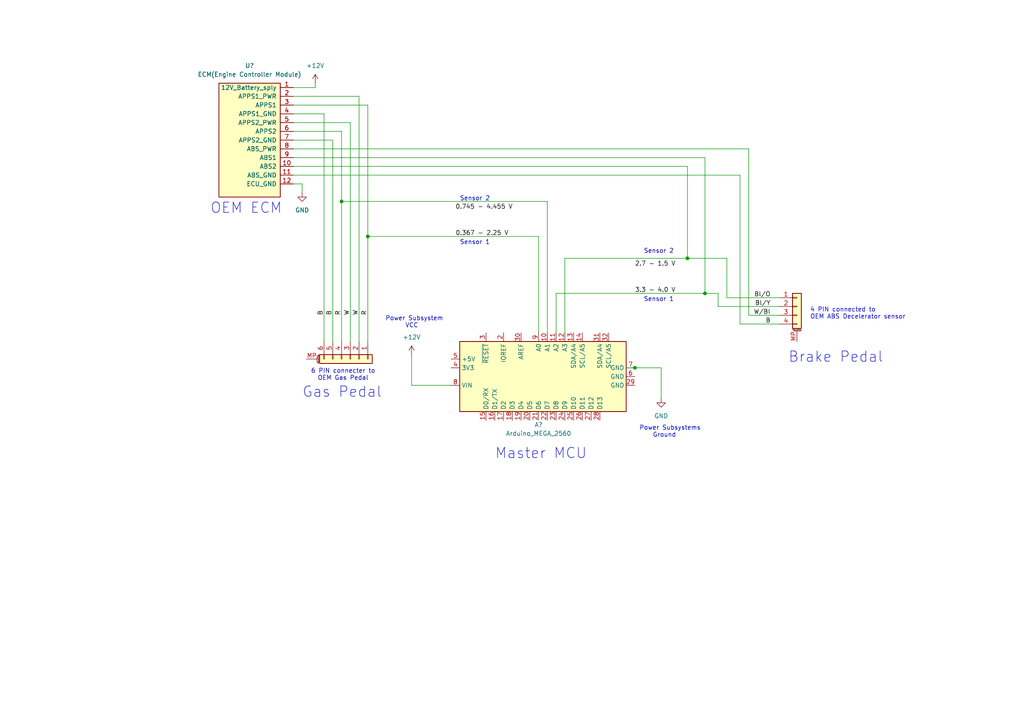
<source format=kicad_sch>
(kicad_sch (version 20211123) (generator eeschema)

  (uuid 593e2064-30f0-4ce1-83bd-cf74b385aa1d)

  (paper "A4")

  (lib_symbols
    (symbol "Analog_ADC:ECM(Engine Controller Module) " (pin_names (offset 1.016)) (in_bom yes) (on_board yes)
      (property "Reference" "U?" (id 0) (at 3.2894 43.18 0)
        (effects (font (size 1.27 1.27)) (justify left))
      )
      (property "Value" "ECM(Engine Controller Module) " (id 1) (at -11.43 40.64 0)
        (effects (font (size 1.27 1.27)) (justify left))
      )
      (property "Footprint" "" (id 2) (at 1.27 21.59 0)
        (effects (font (size 1.27 1.27)) hide)
      )
      (property "Datasheet" "https://www.analog.com/media/en/technical-documentation/data-sheets/AD7819.pdf" (id 3) (at 0 0 0)
        (effects (font (size 1.27 1.27)) hide)
      )
      (property "ki_keywords" "CAD" (id 4) (at 0 0 0)
        (effects (font (size 1.27 1.27)) hide)
      )
      (property "ki_description" "Analog to Digital 8 bits converter, PDIP/SOIC/TSSOP-16" (id 5) (at 0 0 0)
        (effects (font (size 1.27 1.27)) hide)
      )
      (symbol "ECM(Engine Controller Module) _0_1"
        (rectangle (start -7.62 6.35) (end 10.16 39.37)
          (stroke (width 0.254) (type default) (color 0 0 0 0))
          (fill (type background))
        )
      )
      (symbol "ECM(Engine Controller Module) _1_1"
        (pin input line (at 13.97 38.1 180) (length 3.81)
          (name "12V_Battery_sply" (effects (font (size 1.27 1.27))))
          (number "1" (effects (font (size 1.27 1.27))))
        )
        (pin input line (at 13.97 15.24 180) (length 3.81)
          (name "ABS2" (effects (font (size 1.27 1.27))))
          (number "10" (effects (font (size 1.27 1.27))))
        )
        (pin input line (at 13.97 12.7 180) (length 3.81)
          (name "ABS_GND" (effects (font (size 1.27 1.27))))
          (number "11" (effects (font (size 1.27 1.27))))
        )
        (pin input line (at 13.97 10.16 180) (length 3.81)
          (name "ECU_GND" (effects (font (size 1.27 1.27))))
          (number "12" (effects (font (size 1.27 1.27))))
        )
        (pin output line (at 13.97 35.56 180) (length 3.81)
          (name "APPS1_PWR" (effects (font (size 1.27 1.27))))
          (number "2" (effects (font (size 1.27 1.27))))
        )
        (pin input line (at 13.97 33.02 180) (length 3.81)
          (name "APPS1" (effects (font (size 1.27 1.27))))
          (number "3" (effects (font (size 1.27 1.27))))
        )
        (pin input line (at 13.97 30.48 180) (length 3.81)
          (name "APPS1_GND" (effects (font (size 1.27 1.27))))
          (number "4" (effects (font (size 1.27 1.27))))
        )
        (pin output line (at 13.97 27.94 180) (length 3.81)
          (name "APPS2_PWR" (effects (font (size 1.27 1.27))))
          (number "5" (effects (font (size 1.27 1.27))))
        )
        (pin input line (at 13.97 25.4 180) (length 3.81)
          (name "APPS2" (effects (font (size 1.27 1.27))))
          (number "6" (effects (font (size 1.27 1.27))))
        )
        (pin input line (at 13.97 22.86 180) (length 3.81)
          (name "APPS2_GND" (effects (font (size 1.27 1.27))))
          (number "7" (effects (font (size 1.27 1.27))))
        )
        (pin output line (at 13.97 20.32 180) (length 3.81)
          (name "ABS_PWR" (effects (font (size 1.27 1.27))))
          (number "8" (effects (font (size 1.27 1.27))))
        )
        (pin input line (at 13.97 17.78 180) (length 3.81)
          (name "ABS1" (effects (font (size 1.27 1.27))))
          (number "9" (effects (font (size 1.27 1.27))))
        )
      )
    )
    (symbol "Connector_Generic_MountingPin:Conn_01x04_MountingPin" (pin_names (offset 1.016) hide) (in_bom yes) (on_board yes)
      (property "Reference" "J" (id 0) (at 0 5.08 0)
        (effects (font (size 1.27 1.27)))
      )
      (property "Value" "Conn_01x04_MountingPin" (id 1) (at 1.27 -7.62 0)
        (effects (font (size 1.27 1.27)) (justify left))
      )
      (property "Footprint" "" (id 2) (at 0 0 0)
        (effects (font (size 1.27 1.27)) hide)
      )
      (property "Datasheet" "~" (id 3) (at 0 0 0)
        (effects (font (size 1.27 1.27)) hide)
      )
      (property "ki_keywords" "connector" (id 4) (at 0 0 0)
        (effects (font (size 1.27 1.27)) hide)
      )
      (property "ki_description" "Generic connectable mounting pin connector, single row, 01x04, script generated (kicad-library-utils/schlib/autogen/connector/)" (id 5) (at 0 0 0)
        (effects (font (size 1.27 1.27)) hide)
      )
      (property "ki_fp_filters" "Connector*:*_1x??-1MP*" (id 6) (at 0 0 0)
        (effects (font (size 1.27 1.27)) hide)
      )
      (symbol "Conn_01x04_MountingPin_1_1"
        (rectangle (start -1.27 -4.953) (end 0 -5.207)
          (stroke (width 0.1524) (type default) (color 0 0 0 0))
          (fill (type none))
        )
        (rectangle (start -1.27 -2.413) (end 0 -2.667)
          (stroke (width 0.1524) (type default) (color 0 0 0 0))
          (fill (type none))
        )
        (rectangle (start -1.27 0.127) (end 0 -0.127)
          (stroke (width 0.1524) (type default) (color 0 0 0 0))
          (fill (type none))
        )
        (rectangle (start -1.27 2.667) (end 0 2.413)
          (stroke (width 0.1524) (type default) (color 0 0 0 0))
          (fill (type none))
        )
        (rectangle (start -1.27 3.81) (end 1.27 -6.35)
          (stroke (width 0.254) (type default) (color 0 0 0 0))
          (fill (type background))
        )
        (polyline
          (pts
            (xy -1.016 -7.112)
            (xy 1.016 -7.112)
          )
          (stroke (width 0.1524) (type default) (color 0 0 0 0))
          (fill (type none))
        )
        (text "Mounting" (at 0 -6.731 0)
          (effects (font (size 0.381 0.381)))
        )
        (pin passive line (at -5.08 2.54 0) (length 3.81)
          (name "Pin_1" (effects (font (size 1.27 1.27))))
          (number "1" (effects (font (size 1.27 1.27))))
        )
        (pin passive line (at -5.08 0 0) (length 3.81)
          (name "Pin_2" (effects (font (size 1.27 1.27))))
          (number "2" (effects (font (size 1.27 1.27))))
        )
        (pin passive line (at -5.08 -2.54 0) (length 3.81)
          (name "Pin_3" (effects (font (size 1.27 1.27))))
          (number "3" (effects (font (size 1.27 1.27))))
        )
        (pin passive line (at -5.08 -5.08 0) (length 3.81)
          (name "Pin_4" (effects (font (size 1.27 1.27))))
          (number "4" (effects (font (size 1.27 1.27))))
        )
        (pin passive line (at 0 -10.16 90) (length 3.048)
          (name "MountPin" (effects (font (size 1.27 1.27))))
          (number "MP" (effects (font (size 1.27 1.27))))
        )
      )
    )
    (symbol "Connector_Generic_MountingPin:Conn_01x06_MountingPin" (pin_names (offset 1.016) hide) (in_bom yes) (on_board yes)
      (property "Reference" "J" (id 0) (at 0 7.62 0)
        (effects (font (size 1.27 1.27)))
      )
      (property "Value" "Conn_01x06_MountingPin" (id 1) (at 1.27 -10.16 0)
        (effects (font (size 1.27 1.27)) (justify left))
      )
      (property "Footprint" "" (id 2) (at 0 0 0)
        (effects (font (size 1.27 1.27)) hide)
      )
      (property "Datasheet" "~" (id 3) (at 0 0 0)
        (effects (font (size 1.27 1.27)) hide)
      )
      (property "ki_keywords" "connector" (id 4) (at 0 0 0)
        (effects (font (size 1.27 1.27)) hide)
      )
      (property "ki_description" "Generic connectable mounting pin connector, single row, 01x06, script generated (kicad-library-utils/schlib/autogen/connector/)" (id 5) (at 0 0 0)
        (effects (font (size 1.27 1.27)) hide)
      )
      (property "ki_fp_filters" "Connector*:*_1x??-1MP*" (id 6) (at 0 0 0)
        (effects (font (size 1.27 1.27)) hide)
      )
      (symbol "Conn_01x06_MountingPin_1_1"
        (rectangle (start -1.27 -7.493) (end 0 -7.747)
          (stroke (width 0.1524) (type default) (color 0 0 0 0))
          (fill (type none))
        )
        (rectangle (start -1.27 -4.953) (end 0 -5.207)
          (stroke (width 0.1524) (type default) (color 0 0 0 0))
          (fill (type none))
        )
        (rectangle (start -1.27 -2.413) (end 0 -2.667)
          (stroke (width 0.1524) (type default) (color 0 0 0 0))
          (fill (type none))
        )
        (rectangle (start -1.27 0.127) (end 0 -0.127)
          (stroke (width 0.1524) (type default) (color 0 0 0 0))
          (fill (type none))
        )
        (rectangle (start -1.27 2.667) (end 0 2.413)
          (stroke (width 0.1524) (type default) (color 0 0 0 0))
          (fill (type none))
        )
        (rectangle (start -1.27 5.207) (end 0 4.953)
          (stroke (width 0.1524) (type default) (color 0 0 0 0))
          (fill (type none))
        )
        (rectangle (start -1.27 6.35) (end 1.27 -8.89)
          (stroke (width 0.254) (type default) (color 0 0 0 0))
          (fill (type background))
        )
        (polyline
          (pts
            (xy -1.016 -9.652)
            (xy 1.016 -9.652)
          )
          (stroke (width 0.1524) (type default) (color 0 0 0 0))
          (fill (type none))
        )
        (text "Mounting" (at 0 -9.271 0)
          (effects (font (size 0.381 0.381)))
        )
        (pin passive line (at -5.08 5.08 0) (length 3.81)
          (name "Pin_1" (effects (font (size 1.27 1.27))))
          (number "1" (effects (font (size 1.27 1.27))))
        )
        (pin passive line (at -5.08 2.54 0) (length 3.81)
          (name "Pin_2" (effects (font (size 1.27 1.27))))
          (number "2" (effects (font (size 1.27 1.27))))
        )
        (pin passive line (at -5.08 0 0) (length 3.81)
          (name "Pin_3" (effects (font (size 1.27 1.27))))
          (number "3" (effects (font (size 1.27 1.27))))
        )
        (pin passive line (at -5.08 -2.54 0) (length 3.81)
          (name "Pin_4" (effects (font (size 1.27 1.27))))
          (number "4" (effects (font (size 1.27 1.27))))
        )
        (pin passive line (at -5.08 -5.08 0) (length 3.81)
          (name "Pin_5" (effects (font (size 1.27 1.27))))
          (number "5" (effects (font (size 1.27 1.27))))
        )
        (pin passive line (at -5.08 -7.62 0) (length 3.81)
          (name "Pin_6" (effects (font (size 1.27 1.27))))
          (number "6" (effects (font (size 1.27 1.27))))
        )
        (pin passive line (at 0 -12.7 90) (length 3.048)
          (name "MountPin" (effects (font (size 1.27 1.27))))
          (number "MP" (effects (font (size 1.27 1.27))))
        )
      )
    )
    (symbol "MCU_Module:Arduino_UNO_R3" (in_bom yes) (on_board yes)
      (property "Reference" "A" (id 0) (at -10.16 23.495 0)
        (effects (font (size 1.27 1.27)) (justify left bottom))
      )
      (property "Value" "Arduino_UNO_R3" (id 1) (at 5.08 -26.67 0)
        (effects (font (size 1.27 1.27)) (justify left top))
      )
      (property "Footprint" "Module:Arduino_UNO_R3" (id 2) (at 0 0 0)
        (effects (font (size 1.27 1.27) italic) hide)
      )
      (property "Datasheet" "https://www.arduino.cc/en/Main/arduinoBoardUno" (id 3) (at 0 0 0)
        (effects (font (size 1.27 1.27)) hide)
      )
      (property "ki_keywords" "Arduino UNO R3 Microcontroller Module Atmel AVR USB" (id 4) (at 0 0 0)
        (effects (font (size 1.27 1.27)) hide)
      )
      (property "ki_description" "Arduino UNO Microcontroller Module, release 3" (id 5) (at 0 0 0)
        (effects (font (size 1.27 1.27)) hide)
      )
      (property "ki_fp_filters" "Arduino*UNO*R3*" (id 6) (at 0 0 0)
        (effects (font (size 1.27 1.27)) hide)
      )
      (symbol "Arduino_UNO_R3_0_1"
        (rectangle (start -10.16 22.86) (end 10.16 -25.4)
          (stroke (width 0.254) (type default) (color 0 0 0 0))
          (fill (type background))
        )
      )
      (symbol "Arduino_UNO_R3_1_1"
        (pin no_connect line (at -10.16 -20.32 0) (length 2.54) hide
          (name "NC" (effects (font (size 1.27 1.27))))
          (number "1" (effects (font (size 1.27 1.27))))
        )
        (pin bidirectional line (at 12.7 -2.54 180) (length 2.54)
          (name "A1" (effects (font (size 1.27 1.27))))
          (number "10" (effects (font (size 1.27 1.27))))
        )
        (pin bidirectional line (at 12.7 -5.08 180) (length 2.54)
          (name "A2" (effects (font (size 1.27 1.27))))
          (number "11" (effects (font (size 1.27 1.27))))
        )
        (pin bidirectional line (at 12.7 -7.62 180) (length 2.54)
          (name "A3" (effects (font (size 1.27 1.27))))
          (number "12" (effects (font (size 1.27 1.27))))
        )
        (pin bidirectional line (at 12.7 -10.16 180) (length 2.54)
          (name "SDA/A4" (effects (font (size 1.27 1.27))))
          (number "13" (effects (font (size 1.27 1.27))))
        )
        (pin bidirectional line (at 12.7 -12.7 180) (length 2.54)
          (name "SCL/A5" (effects (font (size 1.27 1.27))))
          (number "14" (effects (font (size 1.27 1.27))))
        )
        (pin bidirectional line (at -12.7 15.24 0) (length 2.54)
          (name "D0/RX" (effects (font (size 1.27 1.27))))
          (number "15" (effects (font (size 1.27 1.27))))
        )
        (pin bidirectional line (at -12.7 12.7 0) (length 2.54)
          (name "D1/TX" (effects (font (size 1.27 1.27))))
          (number "16" (effects (font (size 1.27 1.27))))
        )
        (pin bidirectional line (at -12.7 10.16 0) (length 2.54)
          (name "D2" (effects (font (size 1.27 1.27))))
          (number "17" (effects (font (size 1.27 1.27))))
        )
        (pin bidirectional line (at -12.7 7.62 0) (length 2.54)
          (name "D3" (effects (font (size 1.27 1.27))))
          (number "18" (effects (font (size 1.27 1.27))))
        )
        (pin bidirectional line (at -12.7 5.08 0) (length 2.54)
          (name "D4" (effects (font (size 1.27 1.27))))
          (number "19" (effects (font (size 1.27 1.27))))
        )
        (pin output line (at 12.7 10.16 180) (length 2.54)
          (name "IOREF" (effects (font (size 1.27 1.27))))
          (number "2" (effects (font (size 1.27 1.27))))
        )
        (pin bidirectional line (at -12.7 2.54 0) (length 2.54)
          (name "D5" (effects (font (size 1.27 1.27))))
          (number "20" (effects (font (size 1.27 1.27))))
        )
        (pin bidirectional line (at -12.7 0 0) (length 2.54)
          (name "D6" (effects (font (size 1.27 1.27))))
          (number "21" (effects (font (size 1.27 1.27))))
        )
        (pin bidirectional line (at -12.7 -2.54 0) (length 2.54)
          (name "D7" (effects (font (size 1.27 1.27))))
          (number "22" (effects (font (size 1.27 1.27))))
        )
        (pin bidirectional line (at -12.7 -5.08 0) (length 2.54)
          (name "D8" (effects (font (size 1.27 1.27))))
          (number "23" (effects (font (size 1.27 1.27))))
        )
        (pin bidirectional line (at -12.7 -7.62 0) (length 2.54)
          (name "D9" (effects (font (size 1.27 1.27))))
          (number "24" (effects (font (size 1.27 1.27))))
        )
        (pin bidirectional line (at -12.7 -10.16 0) (length 2.54)
          (name "D10" (effects (font (size 1.27 1.27))))
          (number "25" (effects (font (size 1.27 1.27))))
        )
        (pin bidirectional line (at -12.7 -12.7 0) (length 2.54)
          (name "D11" (effects (font (size 1.27 1.27))))
          (number "26" (effects (font (size 1.27 1.27))))
        )
        (pin bidirectional line (at -12.7 -15.24 0) (length 2.54)
          (name "D12" (effects (font (size 1.27 1.27))))
          (number "27" (effects (font (size 1.27 1.27))))
        )
        (pin bidirectional line (at -12.7 -17.78 0) (length 2.54)
          (name "D13" (effects (font (size 1.27 1.27))))
          (number "28" (effects (font (size 1.27 1.27))))
        )
        (pin power_in line (at -2.54 -27.94 90) (length 2.54)
          (name "GND" (effects (font (size 1.27 1.27))))
          (number "29" (effects (font (size 1.27 1.27))))
        )
        (pin input line (at 12.7 15.24 180) (length 2.54)
          (name "~{RESET}" (effects (font (size 1.27 1.27))))
          (number "3" (effects (font (size 1.27 1.27))))
        )
        (pin input line (at 12.7 5.08 180) (length 2.54)
          (name "AREF" (effects (font (size 1.27 1.27))))
          (number "30" (effects (font (size 1.27 1.27))))
        )
        (pin bidirectional line (at 12.7 -17.78 180) (length 2.54)
          (name "SDA/A4" (effects (font (size 1.27 1.27))))
          (number "31" (effects (font (size 1.27 1.27))))
        )
        (pin bidirectional line (at 12.7 -20.32 180) (length 2.54)
          (name "SCL/A5" (effects (font (size 1.27 1.27))))
          (number "32" (effects (font (size 1.27 1.27))))
        )
        (pin power_out line (at 2.54 25.4 270) (length 2.54)
          (name "3V3" (effects (font (size 1.27 1.27))))
          (number "4" (effects (font (size 1.27 1.27))))
        )
        (pin power_out line (at 5.08 25.4 270) (length 2.54)
          (name "+5V" (effects (font (size 1.27 1.27))))
          (number "5" (effects (font (size 1.27 1.27))))
        )
        (pin power_in line (at 0 -27.94 90) (length 2.54)
          (name "GND" (effects (font (size 1.27 1.27))))
          (number "6" (effects (font (size 1.27 1.27))))
        )
        (pin power_in line (at 2.54 -27.94 90) (length 2.54)
          (name "GND" (effects (font (size 1.27 1.27))))
          (number "7" (effects (font (size 1.27 1.27))))
        )
        (pin power_in line (at -2.54 25.4 270) (length 2.54)
          (name "VIN" (effects (font (size 1.27 1.27))))
          (number "8" (effects (font (size 1.27 1.27))))
        )
        (pin bidirectional line (at 12.7 0 180) (length 2.54)
          (name "A0" (effects (font (size 1.27 1.27))))
          (number "9" (effects (font (size 1.27 1.27))))
        )
      )
    )
    (symbol "power:+12V" (power) (pin_names (offset 0)) (in_bom yes) (on_board yes)
      (property "Reference" "#PWR" (id 0) (at 0 -3.81 0)
        (effects (font (size 1.27 1.27)) hide)
      )
      (property "Value" "+12V" (id 1) (at 0 3.556 0)
        (effects (font (size 1.27 1.27)))
      )
      (property "Footprint" "" (id 2) (at 0 0 0)
        (effects (font (size 1.27 1.27)) hide)
      )
      (property "Datasheet" "" (id 3) (at 0 0 0)
        (effects (font (size 1.27 1.27)) hide)
      )
      (property "ki_keywords" "power-flag" (id 4) (at 0 0 0)
        (effects (font (size 1.27 1.27)) hide)
      )
      (property "ki_description" "Power symbol creates a global label with name \"+12V\"" (id 5) (at 0 0 0)
        (effects (font (size 1.27 1.27)) hide)
      )
      (symbol "+12V_0_1"
        (polyline
          (pts
            (xy -0.762 1.27)
            (xy 0 2.54)
          )
          (stroke (width 0) (type default) (color 0 0 0 0))
          (fill (type none))
        )
        (polyline
          (pts
            (xy 0 0)
            (xy 0 2.54)
          )
          (stroke (width 0) (type default) (color 0 0 0 0))
          (fill (type none))
        )
        (polyline
          (pts
            (xy 0 2.54)
            (xy 0.762 1.27)
          )
          (stroke (width 0) (type default) (color 0 0 0 0))
          (fill (type none))
        )
      )
      (symbol "+12V_1_1"
        (pin power_in line (at 0 0 90) (length 0) hide
          (name "+12V" (effects (font (size 1.27 1.27))))
          (number "1" (effects (font (size 1.27 1.27))))
        )
      )
    )
    (symbol "power:GND" (power) (pin_names (offset 0)) (in_bom yes) (on_board yes)
      (property "Reference" "#PWR" (id 0) (at 0 -6.35 0)
        (effects (font (size 1.27 1.27)) hide)
      )
      (property "Value" "GND" (id 1) (at 0 -3.81 0)
        (effects (font (size 1.27 1.27)))
      )
      (property "Footprint" "" (id 2) (at 0 0 0)
        (effects (font (size 1.27 1.27)) hide)
      )
      (property "Datasheet" "" (id 3) (at 0 0 0)
        (effects (font (size 1.27 1.27)) hide)
      )
      (property "ki_keywords" "power-flag" (id 4) (at 0 0 0)
        (effects (font (size 1.27 1.27)) hide)
      )
      (property "ki_description" "Power symbol creates a global label with name \"GND\" , ground" (id 5) (at 0 0 0)
        (effects (font (size 1.27 1.27)) hide)
      )
      (symbol "GND_0_1"
        (polyline
          (pts
            (xy 0 0)
            (xy 0 -1.27)
            (xy 1.27 -1.27)
            (xy 0 -2.54)
            (xy -1.27 -1.27)
            (xy 0 -1.27)
          )
          (stroke (width 0) (type default) (color 0 0 0 0))
          (fill (type none))
        )
      )
      (symbol "GND_1_1"
        (pin power_in line (at 0 0 270) (length 0) hide
          (name "GND" (effects (font (size 1.27 1.27))))
          (number "1" (effects (font (size 1.27 1.27))))
        )
      )
    )
  )

  (junction (at 184.15 106.68) (diameter 0) (color 0 0 0 0)
    (uuid 22590ee2-69a0-4442-9c26-7f6606ab7b6c)
  )
  (junction (at 106.68 68.58) (diameter 0) (color 0 0 0 0)
    (uuid 2bb34d9d-1403-4169-a2b9-3a10673960d0)
  )
  (junction (at 99.06 58.42) (diameter 0) (color 0 0 0 0)
    (uuid 3b1885ea-0bc9-45a1-b845-acd4e1d1b74d)
  )
  (junction (at 199.39 74.93) (diameter 0) (color 0 0 0 0)
    (uuid 6b0b53ac-700e-4e13-b9c8-1e2db6815240)
  )
  (junction (at 204.47 85.09) (diameter 0) (color 0 0 0 0)
    (uuid e8e142ad-4259-4915-a0e1-8f1b0e116879)
  )

  (wire (pts (xy 199.39 74.93) (xy 199.39 48.26))
    (stroke (width 0) (type default) (color 0 0 0 0))
    (uuid 0336ce35-d7ce-4a33-b5bd-e725936b8ebb)
  )
  (wire (pts (xy 85.09 35.56) (xy 101.6 35.56))
    (stroke (width 0) (type default) (color 0 0 0 0))
    (uuid 04e7325e-ef84-453a-8e69-b5102d796fed)
  )
  (wire (pts (xy 161.29 85.09) (xy 161.29 96.52))
    (stroke (width 0) (type default) (color 0 0 0 0))
    (uuid 0bd8b7ee-293e-44f4-b1b9-7e4fd1ac6118)
  )
  (wire (pts (xy 119.38 102.87) (xy 119.38 111.76))
    (stroke (width 0) (type default) (color 0 0 0 0))
    (uuid 0e4622cf-dc5a-4a09-98c8-f8e28b69e342)
  )
  (wire (pts (xy 104.14 27.94) (xy 104.14 99.06))
    (stroke (width 0) (type default) (color 0 0 0 0))
    (uuid 130dec5c-de0f-46c2-b91a-d524a1e37b43)
  )
  (wire (pts (xy 93.98 33.02) (xy 85.09 33.02))
    (stroke (width 0) (type default) (color 0 0 0 0))
    (uuid 1b622e4e-d1dd-459e-9a7e-b7aa35e5ccc0)
  )
  (wire (pts (xy 104.14 27.94) (xy 85.09 27.94))
    (stroke (width 0) (type default) (color 0 0 0 0))
    (uuid 1daab7b2-885d-4140-83de-798b513737a0)
  )
  (wire (pts (xy 101.6 35.56) (xy 101.6 99.06))
    (stroke (width 0) (type default) (color 0 0 0 0))
    (uuid 35570ce6-3e42-46e5-98c5-2f1b5e6ef58b)
  )
  (wire (pts (xy 208.28 85.09) (xy 204.47 85.09))
    (stroke (width 0) (type default) (color 0 0 0 0))
    (uuid 3ed60e31-35af-4bd4-bf84-c8e8d58e6e27)
  )
  (wire (pts (xy 208.28 88.9) (xy 208.28 85.09))
    (stroke (width 0) (type default) (color 0 0 0 0))
    (uuid 41c7ce71-f8fb-489f-93bd-e1c4811804b8)
  )
  (wire (pts (xy 96.52 40.64) (xy 85.09 40.64))
    (stroke (width 0) (type default) (color 0 0 0 0))
    (uuid 4775f626-7644-464c-bbad-ea36d4342bb3)
  )
  (wire (pts (xy 99.06 58.42) (xy 158.75 58.42))
    (stroke (width 0) (type default) (color 0 0 0 0))
    (uuid 4e8ee5cc-89a8-47a6-8422-9b1bce006db8)
  )
  (wire (pts (xy 99.06 99.06) (xy 99.06 58.42))
    (stroke (width 0) (type default) (color 0 0 0 0))
    (uuid 4e9fdb4a-5519-4c39-9290-99023aed48b2)
  )
  (wire (pts (xy 163.83 74.93) (xy 163.83 96.52))
    (stroke (width 0) (type default) (color 0 0 0 0))
    (uuid 58f39216-9322-4c08-889b-441ffefd9989)
  )
  (wire (pts (xy 163.83 74.93) (xy 199.39 74.93))
    (stroke (width 0) (type default) (color 0 0 0 0))
    (uuid 5d5e195d-b12b-41ea-adf1-3fe9b16ecb49)
  )
  (wire (pts (xy 119.38 111.76) (xy 130.81 111.76))
    (stroke (width 0) (type default) (color 0 0 0 0))
    (uuid 5d94c142-d022-4f1c-a38e-4b47c44891ac)
  )
  (wire (pts (xy 181.61 106.68) (xy 184.15 106.68))
    (stroke (width 0) (type default) (color 0 0 0 0))
    (uuid 6cee5aec-d751-40d8-894a-ed0cc40388a0)
  )
  (wire (pts (xy 99.06 38.1) (xy 99.06 58.42))
    (stroke (width 0) (type default) (color 0 0 0 0))
    (uuid 6fae4eec-8244-4d8c-b2b4-2f546bd59986)
  )
  (wire (pts (xy 158.75 96.52) (xy 158.75 58.42))
    (stroke (width 0) (type default) (color 0 0 0 0))
    (uuid 735ca651-8bec-41d2-992a-7dd10eb787e1)
  )
  (wire (pts (xy 226.06 88.9) (xy 208.28 88.9))
    (stroke (width 0) (type default) (color 0 0 0 0))
    (uuid 73bdf53e-fc46-4e1d-9d9a-115c75d9b5d3)
  )
  (wire (pts (xy 214.63 50.8) (xy 85.09 50.8))
    (stroke (width 0) (type default) (color 0 0 0 0))
    (uuid 7e283408-0c54-439c-874c-c316f725eb82)
  )
  (wire (pts (xy 106.68 99.06) (xy 106.68 68.58))
    (stroke (width 0) (type default) (color 0 0 0 0))
    (uuid 813d98a1-0af0-4305-81a1-6fa58bb625af)
  )
  (wire (pts (xy 210.82 86.36) (xy 210.82 74.93))
    (stroke (width 0) (type default) (color 0 0 0 0))
    (uuid 89cc0e7c-0a47-4885-8de6-dc17d432721b)
  )
  (wire (pts (xy 85.09 53.34) (xy 87.63 53.34))
    (stroke (width 0) (type default) (color 0 0 0 0))
    (uuid 8abd4b5d-2f8e-4ba5-a159-78be2d49952d)
  )
  (wire (pts (xy 204.47 45.72) (xy 85.09 45.72))
    (stroke (width 0) (type default) (color 0 0 0 0))
    (uuid 8b3f353d-4b2a-4a88-bd51-f7e7d84ef997)
  )
  (wire (pts (xy 99.06 38.1) (xy 85.09 38.1))
    (stroke (width 0) (type default) (color 0 0 0 0))
    (uuid 8f35f51b-fdf1-4716-96a5-e65252328b98)
  )
  (wire (pts (xy 156.21 96.52) (xy 156.21 68.58))
    (stroke (width 0) (type default) (color 0 0 0 0))
    (uuid 91313396-3083-4a1c-9ef6-b4bba6dc7fa3)
  )
  (wire (pts (xy 106.68 68.58) (xy 156.21 68.58))
    (stroke (width 0) (type default) (color 0 0 0 0))
    (uuid 94ec9789-bb15-470c-9cb4-3026395aea48)
  )
  (wire (pts (xy 96.52 40.64) (xy 96.52 99.06))
    (stroke (width 0) (type default) (color 0 0 0 0))
    (uuid 972417b4-7bcc-4c17-8971-8461f3b70733)
  )
  (wire (pts (xy 217.17 91.44) (xy 226.06 91.44))
    (stroke (width 0) (type default) (color 0 0 0 0))
    (uuid 9b3c4020-1d71-43ba-b0cb-2de96e0f97a6)
  )
  (wire (pts (xy 106.68 30.48) (xy 106.68 68.58))
    (stroke (width 0) (type default) (color 0 0 0 0))
    (uuid a4610361-1f5e-4749-a9e7-4f2fe319b9ca)
  )
  (wire (pts (xy 93.98 33.02) (xy 93.98 99.06))
    (stroke (width 0) (type default) (color 0 0 0 0))
    (uuid a75df4a6-ea2f-492e-9d40-32780281d6af)
  )
  (wire (pts (xy 199.39 48.26) (xy 85.09 48.26))
    (stroke (width 0) (type default) (color 0 0 0 0))
    (uuid ad2069af-877b-4954-a31c-2886f7b2b2d9)
  )
  (wire (pts (xy 204.47 85.09) (xy 204.47 45.72))
    (stroke (width 0) (type default) (color 0 0 0 0))
    (uuid b81d245c-b760-4fc5-8a45-2454496b21bb)
  )
  (wire (pts (xy 214.63 93.98) (xy 214.63 50.8))
    (stroke (width 0) (type default) (color 0 0 0 0))
    (uuid b94bdf2b-0a46-4713-b566-29e2b30f888e)
  )
  (wire (pts (xy 85.09 25.4) (xy 91.44 25.4))
    (stroke (width 0) (type default) (color 0 0 0 0))
    (uuid c8718f14-e341-4a61-be36-79dca195f1b7)
  )
  (wire (pts (xy 191.77 106.68) (xy 191.77 115.57))
    (stroke (width 0) (type default) (color 0 0 0 0))
    (uuid d651d57a-b272-4b8d-ab32-a94c11d01835)
  )
  (wire (pts (xy 199.39 74.93) (xy 210.82 74.93))
    (stroke (width 0) (type default) (color 0 0 0 0))
    (uuid dd64c993-325d-49e6-916c-078875d64c3f)
  )
  (wire (pts (xy 184.15 106.68) (xy 191.77 106.68))
    (stroke (width 0) (type default) (color 0 0 0 0))
    (uuid e1a0f44d-8278-46b0-92ce-2e0d64483421)
  )
  (wire (pts (xy 226.06 86.36) (xy 210.82 86.36))
    (stroke (width 0) (type default) (color 0 0 0 0))
    (uuid e1a330f0-23cc-43e9-96e9-067ae072b798)
  )
  (wire (pts (xy 214.63 93.98) (xy 226.06 93.98))
    (stroke (width 0) (type default) (color 0 0 0 0))
    (uuid e7dfa329-6eb6-4c32-ae06-4da51936376d)
  )
  (wire (pts (xy 91.44 25.4) (xy 91.44 24.13))
    (stroke (width 0) (type default) (color 0 0 0 0))
    (uuid ec33bdca-8044-42f4-9d03-c9e1385d4489)
  )
  (wire (pts (xy 217.17 43.18) (xy 85.09 43.18))
    (stroke (width 0) (type default) (color 0 0 0 0))
    (uuid f298210b-5c17-4b7c-a599-27ffaacd19b1)
  )
  (wire (pts (xy 204.47 85.09) (xy 161.29 85.09))
    (stroke (width 0) (type default) (color 0 0 0 0))
    (uuid f48575d8-8bc3-414d-bb4e-ecb2ae867ac4)
  )
  (wire (pts (xy 217.17 91.44) (xy 217.17 43.18))
    (stroke (width 0) (type default) (color 0 0 0 0))
    (uuid f81266b0-42db-442e-a4ec-1ca739cbb5d0)
  )
  (wire (pts (xy 106.68 30.48) (xy 85.09 30.48))
    (stroke (width 0) (type default) (color 0 0 0 0))
    (uuid f92d520c-b819-472a-8a0a-567c87b2babf)
  )
  (wire (pts (xy 87.63 53.34) (xy 87.63 55.88))
    (stroke (width 0) (type default) (color 0 0 0 0))
    (uuid faa5de03-49a7-4a67-b44f-dc190d283a5a)
  )

  (text "4 PIN connected to\nOEM ABS Decelerator sensor" (at 234.95 92.71 0)
    (effects (font (size 1.27 1.27)) (justify left bottom))
    (uuid 17d18354-1937-42d3-9b6f-2266b7d09e35)
  )
  (text "6 PIN connecter to \n  OEM Gas Pedal" (at 90.17 110.49 0)
    (effects (font (size 1.27 1.27)) (justify left bottom))
    (uuid 42cde921-4666-434a-8594-d481c4ef8bff)
  )
  (text "Power Subsystem \n	 VCC" (at 111.76 95.25 0)
    (effects (font (size 1.27 1.27)) (justify left bottom))
    (uuid 481add1a-9fcf-45dc-acb5-008433dd16ca)
  )
  (text "Brake Pedal" (at 228.6 105.41 0)
    (effects (font (size 3 3)) (justify left bottom))
    (uuid 5e56b152-12bb-4da5-9ed4-c039c6c911c5)
  )
  (text "Sensor 2" (at 186.69 73.66 0)
    (effects (font (size 1.27 1.27)) (justify left bottom))
    (uuid 60f6568f-09de-4e66-a73f-17253a96cc02)
  )
  (text "Gas Pedal" (at 87.63 115.57 0)
    (effects (font (size 3 3)) (justify left bottom))
    (uuid 6e85c1ab-8b24-4310-a7ec-9b32acdb5691)
  )
  (text "OEM ECM" (at 60.96 62.23 0)
    (effects (font (size 3 3)) (justify left bottom))
    (uuid 761bd623-e6fb-4128-a54c-07506f0a745f)
  )
  (text "Power Subsystems \n    Ground" (at 185.42 127 0)
    (effects (font (size 1.27 1.27)) (justify left bottom))
    (uuid 96d349ea-ce6a-49a4-bb0c-55fb386e556d)
  )
  (text "Sensor 1" (at 186.69 87.63 0)
    (effects (font (size 1.27 1.27)) (justify left bottom))
    (uuid 9792fb4d-2640-4e67-bc7c-b1cfdb654abc)
  )
  (text "Sensor 1" (at 133.35 71.12 0)
    (effects (font (size 1.27 1.27)) (justify left bottom))
    (uuid b1e4ed4e-432a-4ed1-a26d-7698d5455882)
  )
  (text "Sensor 2" (at 133.35 58.42 0)
    (effects (font (size 1.27 1.27)) (justify left bottom))
    (uuid c28452d4-54a9-4461-ad40-4b5b8856785e)
  )
  (text "Master MCU" (at 143.51 133.35 0)
    (effects (font (size 3 3)) (justify left bottom))
    (uuid e1727e9c-4ae0-49a9-b27e-3d92585985a5)
  )

  (label "W{slash}Bl" (at 223.52 91.44 180)
    (effects (font (size 1.27 1.27)) (justify right bottom))
    (uuid 087c420a-162c-4898-a8ff-6224286a6730)
  )
  (label "2.7 - 1.5 V" (at 184.15 77.47 0)
    (effects (font (size 1.27 1.27)) (justify left bottom))
    (uuid 09be9894-0045-4f1a-88ed-ebbe2f89bdb1)
  )
  (label "0.745 - 4.455 V" (at 132.08 60.96 0)
    (effects (font (size 1.27 1.27)) (justify left bottom))
    (uuid 0ab26119-6dae-4a9a-bc36-9ac84fdf4eb1)
  )
  (label "3.3 - 4.0 V" (at 184.15 85.09 0)
    (effects (font (size 1.27 1.27)) (justify left bottom))
    (uuid 194c9048-1773-451b-8ea8-d9bcda332079)
  )
  (label "W" (at 101.6 91.44 90)
    (effects (font (size 1.27 1.27)) (justify left bottom))
    (uuid 1f3feaf2-722a-4fb1-bec4-58688c61eefb)
  )
  (label "Bl{slash}O" (at 223.52 86.36 180)
    (effects (font (size 1.27 1.27)) (justify right bottom))
    (uuid 229b57a3-aa0c-49c6-80b3-d4f23bb3af07)
  )
  (label "B" (at 96.52 91.44 90)
    (effects (font (size 1.27 1.27)) (justify left bottom))
    (uuid 2b57189b-c7c4-4bcf-9cbf-a0cfa1743c5d)
  )
  (label "0.367 - 2.25 V" (at 132.08 68.58 0)
    (effects (font (size 1.27 1.27)) (justify left bottom))
    (uuid 46b1b470-5a59-4c6f-81c7-3d3208660a30)
  )
  (label "R" (at 106.68 91.44 90)
    (effects (font (size 1.27 1.27)) (justify left bottom))
    (uuid 6adfd914-40c3-4dc3-b988-83c023530201)
  )
  (label "B" (at 93.98 91.44 90)
    (effects (font (size 1.27 1.27)) (justify left bottom))
    (uuid a4e17ab1-d7b9-422a-9589-c9981632d69d)
  )
  (label "W" (at 104.14 91.44 90)
    (effects (font (size 1.27 1.27)) (justify left bottom))
    (uuid c81046c1-3abe-44e4-968d-e36d751303c3)
  )
  (label "R" (at 99.06 91.44 90)
    (effects (font (size 1.27 1.27)) (justify left bottom))
    (uuid d33f1f71-cd44-44c4-8d83-407dce23cbcb)
  )
  (label "Bl{slash}Y" (at 223.52 88.9 180)
    (effects (font (size 1.27 1.27)) (justify right bottom))
    (uuid d418868a-fa4c-49a3-a26f-21228b325213)
  )
  (label "B" (at 223.52 93.98 180)
    (effects (font (size 1.27 1.27)) (justify right bottom))
    (uuid fb9ea1a7-4f22-4fdd-a077-104c5784871b)
  )

  (symbol (lib_id "power:+12V") (at 91.44 24.13 0) (unit 1)
    (in_bom yes) (on_board yes) (fields_autoplaced)
    (uuid 1343be6b-c035-4447-85b0-025dabc031ee)
    (property "Reference" "#PWR?" (id 0) (at 91.44 27.94 0)
      (effects (font (size 1.27 1.27)) hide)
    )
    (property "Value" "+12V" (id 1) (at 91.44 19.05 0))
    (property "Footprint" "" (id 2) (at 91.44 24.13 0)
      (effects (font (size 1.27 1.27)) hide)
    )
    (property "Datasheet" "" (id 3) (at 91.44 24.13 0)
      (effects (font (size 1.27 1.27)) hide)
    )
    (pin "1" (uuid 4e6b3dee-f46a-4663-a287-d3aef7bb946c))
  )

  (symbol (lib_id "MCU_Module:Arduino_UNO_R3") (at 156.21 109.22 90) (unit 1)
    (in_bom yes) (on_board yes)
    (uuid 39012632-3ffc-4c9e-950a-6f86a7aa35e2)
    (property "Reference" "A?" (id 0) (at 156.21 123.19 90))
    (property "Value" "Arduino_MEGA_2560" (id 1) (at 156.21 125.73 90))
    (property "Footprint" "Module:Arduino_UNO_R3" (id 2) (at 156.21 109.22 0)
      (effects (font (size 1.27 1.27) italic) hide)
    )
    (property "Datasheet" "https://www.arduino.cc/en/Main/arduinoBoardUno" (id 3) (at 156.21 109.22 0)
      (effects (font (size 1.27 1.27)) hide)
    )
    (pin "1" (uuid 13052a15-5cf8-498d-9ad8-3c27ede31d39))
    (pin "10" (uuid 8636cd26-2da4-489d-a63a-68604b80e2ce))
    (pin "11" (uuid baa37869-c868-4765-b0c6-1aee391ac14e))
    (pin "12" (uuid 56356698-577f-4afc-94ae-a41856dc55f6))
    (pin "13" (uuid fd00af96-8440-4e93-986a-cb40944f11ae))
    (pin "14" (uuid c41337c3-e365-4323-8b68-7943840e9862))
    (pin "15" (uuid e3113100-1646-49be-9501-20df707635ff))
    (pin "16" (uuid 5a8b7535-2526-43ac-899a-41255864f250))
    (pin "17" (uuid 92ea1b45-dab4-41ca-8a19-5cc0fd19c82c))
    (pin "18" (uuid 87bf73d1-4713-4268-bf75-3f046de57fc7))
    (pin "19" (uuid 12614744-5db9-43c2-8049-85595f8b3b22))
    (pin "2" (uuid 0eb84b18-cf95-49bd-85de-a24736c94e06))
    (pin "20" (uuid 5f4c9fc0-72fe-4492-ba0f-06474d5cab4f))
    (pin "21" (uuid abc4cc7e-3d8f-4f71-947e-88dc76e290e7))
    (pin "22" (uuid 653973ca-a961-4261-a0e6-3e0fe9c14d75))
    (pin "23" (uuid 27a3e090-3e1f-49e6-9f3e-d2661de750ac))
    (pin "24" (uuid eee5cdd1-5ada-4410-aa84-a3485b7f908a))
    (pin "25" (uuid f7efccd9-a367-4b3a-9d77-71c2f19e786d))
    (pin "26" (uuid 7b06fe86-b8dd-473b-8543-8a5de5ec304f))
    (pin "27" (uuid 4c73e9f7-b1c8-4e84-95e1-169276e653cf))
    (pin "28" (uuid 2eb9c095-5d15-4f0f-b406-ad9034c6e460))
    (pin "29" (uuid 0e0100d7-ebb4-4818-b56c-db442dc1280b))
    (pin "3" (uuid d3959680-9312-4bc9-88c3-bea71151a244))
    (pin "30" (uuid 321f07fe-3733-451d-b349-618dd8e7ab73))
    (pin "31" (uuid f5a6775f-fc88-4bd4-87fd-d142456820e8))
    (pin "32" (uuid 817af2d1-37e0-4701-87e3-cd4656d10e5e))
    (pin "4" (uuid 28ad292e-abaa-49c6-baeb-5079c074cbe6))
    (pin "5" (uuid b19e0c78-e2ec-453a-b741-d5b2e2077399))
    (pin "6" (uuid fb27d5d0-0fe5-46f4-851a-ad6e506bf1da))
    (pin "7" (uuid 5fc0d194-99cb-4bc8-90ca-297d4eaa2a53))
    (pin "8" (uuid f9baaa48-efc7-4c27-8dd4-09ee5532e794))
    (pin "9" (uuid 966a41bd-4059-471b-a24c-3f0e240052b5))
  )

  (symbol (lib_id "Analog_ADC:ECM(Engine Controller Module) ") (at 71.12 63.5 0) (unit 1)
    (in_bom yes) (on_board yes) (fields_autoplaced)
    (uuid 5b1afd16-b939-4d1d-9e11-eb6a2402d9ee)
    (property "Reference" "U?" (id 0) (at 72.39 19.05 0))
    (property "Value" "ECM(Engine Controller Module) " (id 1) (at 72.39 21.59 0))
    (property "Footprint" "" (id 2) (at 72.39 41.91 0)
      (effects (font (size 1.27 1.27)) hide)
    )
    (property "Datasheet" "https://www.analog.com/media/en/technical-documentation/data-sheets/AD7819.pdf" (id 3) (at 71.12 63.5 0)
      (effects (font (size 1.27 1.27)) hide)
    )
    (pin "1" (uuid 93fb7acb-72a4-4ece-a766-8d8b151ca215))
    (pin "10" (uuid 4cd35e93-4106-4483-b348-c4e5d7bea2dd))
    (pin "11" (uuid d3cead42-e129-49f2-b87f-8b00b4320b6a))
    (pin "12" (uuid 4e98fec8-28c7-4ed8-934a-d55c810a4afb))
    (pin "2" (uuid 3633196f-3db2-475f-a9bc-5a397a9df671))
    (pin "3" (uuid ac5c8617-c512-4682-8f8d-11eebd01a48d))
    (pin "4" (uuid 0142494e-5314-42a0-8390-f6ca8e8ee566))
    (pin "5" (uuid 5148429a-78fe-4983-a851-6f31d1918f2f))
    (pin "6" (uuid 3c9f9350-0360-447b-aa2f-27db073f588d))
    (pin "7" (uuid fc078ac5-46e6-4503-b395-2b82b1cab3a4))
    (pin "8" (uuid 9c2d9328-71bf-4ef5-a1ba-4a62faab064d))
    (pin "9" (uuid e966d8fd-fcc4-4468-97a9-045137b7ab19))
  )

  (symbol (lib_id "power:GND") (at 191.77 115.57 0) (unit 1)
    (in_bom yes) (on_board yes) (fields_autoplaced)
    (uuid 645adc79-1ee6-4029-a117-512725e50f4c)
    (property "Reference" "#PWR?" (id 0) (at 191.77 121.92 0)
      (effects (font (size 1.27 1.27)) hide)
    )
    (property "Value" "GND" (id 1) (at 191.77 120.65 0))
    (property "Footprint" "" (id 2) (at 191.77 115.57 0)
      (effects (font (size 1.27 1.27)) hide)
    )
    (property "Datasheet" "" (id 3) (at 191.77 115.57 0)
      (effects (font (size 1.27 1.27)) hide)
    )
    (pin "1" (uuid 176ab726-d923-48e1-9927-86f92d0e4d21))
  )

  (symbol (lib_id "Connector_Generic_MountingPin:Conn_01x04_MountingPin") (at 231.14 88.9 0) (unit 1)
    (in_bom yes) (on_board yes) (fields_autoplaced)
    (uuid 7762e556-359c-4752-95e5-9ff21cb91e0c)
    (property "Reference" "J?" (id 0) (at 234.95 90.5256 90)
      (effects (font (size 1.27 1.27)) hide)
    )
    (property "Value" "Conn_01x04_MountingPin" (id 1) (at 233.68 91.7955 0)
      (effects (font (size 1.27 1.27)) (justify left) hide)
    )
    (property "Footprint" "" (id 2) (at 231.14 88.9 0)
      (effects (font (size 1.27 1.27)) hide)
    )
    (property "Datasheet" "~" (id 3) (at 231.14 88.9 0)
      (effects (font (size 1.27 1.27)) hide)
    )
    (pin "1" (uuid fd3120c7-55c1-40b6-86bb-1617315d411b))
    (pin "2" (uuid 74777e7c-59a7-4e19-a36e-4f26b0b2c3ce))
    (pin "3" (uuid c4620266-57e5-4aa8-8e6b-2abc2d0da51f))
    (pin "4" (uuid 963c00c0-e959-41e0-849d-9078c20db6b9))
    (pin "MP" (uuid 6f20425b-9503-4801-9d64-a0b260562699))
  )

  (symbol (lib_id "Connector_Generic_MountingPin:Conn_01x06_MountingPin") (at 101.6 104.14 270) (unit 1)
    (in_bom yes) (on_board yes) (fields_autoplaced)
    (uuid 8c2bd6e0-08ce-4519-aa46-96703934c162)
    (property "Reference" "J?" (id 0) (at 99.9744 107.95 90)
      (effects (font (size 1.27 1.27)) hide)
    )
    (property "Value" "Conn_01x06_MountingPin" (id 1) (at 98.7045 106.68 0)
      (effects (font (size 1.27 1.27)) (justify left) hide)
    )
    (property "Footprint" "" (id 2) (at 101.6 104.14 0)
      (effects (font (size 1.27 1.27)) hide)
    )
    (property "Datasheet" "~" (id 3) (at 101.6 104.14 0)
      (effects (font (size 1.27 1.27)) hide)
    )
    (pin "1" (uuid bc5eecf5-67e1-41a1-b2af-6d2137d19643))
    (pin "2" (uuid 6b54c38b-daf5-47b2-9026-13a039beda9d))
    (pin "3" (uuid f0f16c29-f771-4fea-87a3-ccea2fd43123))
    (pin "4" (uuid 491316c1-cc6b-4962-8bab-a501a685b3a8))
    (pin "5" (uuid ef1b4dee-2529-4d1b-a90e-21a1c48948bf))
    (pin "6" (uuid a47aa29e-c041-43f6-a398-9f063d0ba208))
    (pin "MP" (uuid f771be49-3456-48c6-b096-d873fd534694))
  )

  (symbol (lib_id "power:GND") (at 87.63 55.88 0) (unit 1)
    (in_bom yes) (on_board yes) (fields_autoplaced)
    (uuid aabcd852-5500-4301-bbd4-5c33ed4d4e67)
    (property "Reference" "#PWR?" (id 0) (at 87.63 62.23 0)
      (effects (font (size 1.27 1.27)) hide)
    )
    (property "Value" "GND" (id 1) (at 87.63 60.96 0))
    (property "Footprint" "" (id 2) (at 87.63 55.88 0)
      (effects (font (size 1.27 1.27)) hide)
    )
    (property "Datasheet" "" (id 3) (at 87.63 55.88 0)
      (effects (font (size 1.27 1.27)) hide)
    )
    (pin "1" (uuid 2eb93969-9bb2-4cd1-a847-44de9332a2f0))
  )

  (symbol (lib_id "power:+12V") (at 119.38 102.87 0) (unit 1)
    (in_bom yes) (on_board yes) (fields_autoplaced)
    (uuid bbb4d8c4-4b18-4dab-8caa-ed23313fda41)
    (property "Reference" "#PWR?" (id 0) (at 119.38 106.68 0)
      (effects (font (size 1.27 1.27)) hide)
    )
    (property "Value" "+12V" (id 1) (at 119.38 97.79 0))
    (property "Footprint" "" (id 2) (at 119.38 102.87 0)
      (effects (font (size 1.27 1.27)) hide)
    )
    (property "Datasheet" "" (id 3) (at 119.38 102.87 0)
      (effects (font (size 1.27 1.27)) hide)
    )
    (pin "1" (uuid 8ff082b8-b805-43d0-98f7-cf3ac434d46e))
  )

  (sheet_instances
    (path "/" (page "1"))
  )

  (symbol_instances
    (path "/1343be6b-c035-4447-85b0-025dabc031ee"
      (reference "#PWR?") (unit 1) (value "+12V") (footprint "")
    )
    (path "/645adc79-1ee6-4029-a117-512725e50f4c"
      (reference "#PWR?") (unit 1) (value "GND") (footprint "")
    )
    (path "/aabcd852-5500-4301-bbd4-5c33ed4d4e67"
      (reference "#PWR?") (unit 1) (value "GND") (footprint "")
    )
    (path "/bbb4d8c4-4b18-4dab-8caa-ed23313fda41"
      (reference "#PWR?") (unit 1) (value "+12V") (footprint "")
    )
    (path "/39012632-3ffc-4c9e-950a-6f86a7aa35e2"
      (reference "A?") (unit 1) (value "Arduino_MEGA_2560") (footprint "Module:Arduino_UNO_R3")
    )
    (path "/7762e556-359c-4752-95e5-9ff21cb91e0c"
      (reference "J?") (unit 1) (value "Conn_01x04_MountingPin") (footprint "")
    )
    (path "/8c2bd6e0-08ce-4519-aa46-96703934c162"
      (reference "J?") (unit 1) (value "Conn_01x06_MountingPin") (footprint "")
    )
    (path "/5b1afd16-b939-4d1d-9e11-eb6a2402d9ee"
      (reference "U?") (unit 1) (value "ECM(Engine Controller Module) ") (footprint "")
    )
  )
)

</source>
